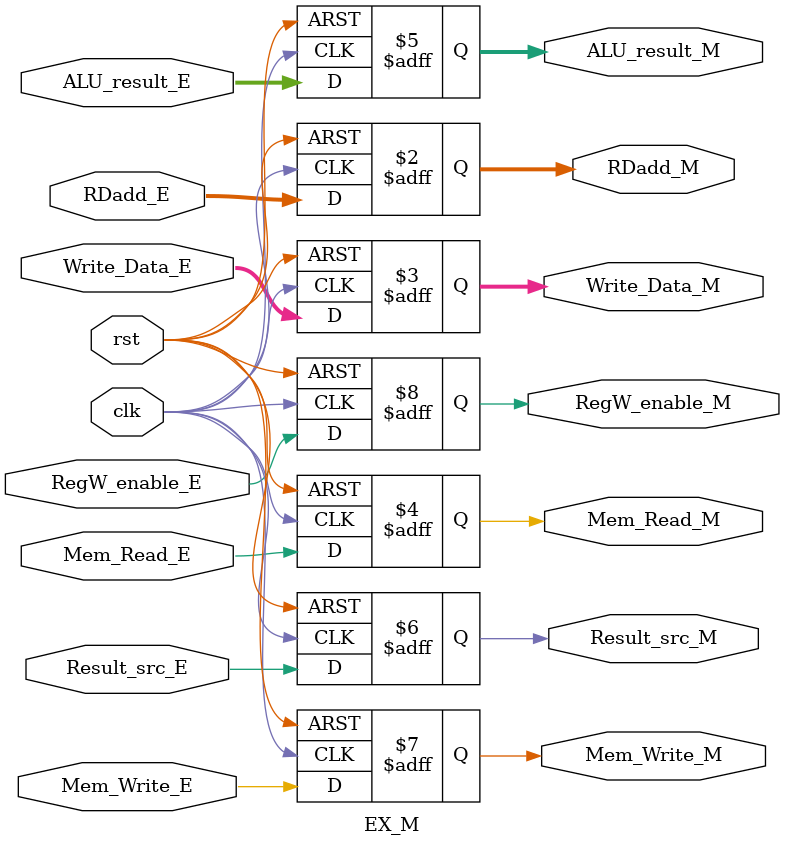
<source format=v>
module EX_M(
	input			clk,
	input			rst,
	input			RegW_enable_E,
	input			Mem_Write_E,
	input			Mem_Read_E,
	input			Result_src_E,
	input		[31:0]	ALU_result_E,
	input		[31:0]	Write_Data_E,
	input		[4:0]	RDadd_E,
	output	reg	[4:0]	RDadd_M,
	output	reg	[31:0]	Write_Data_M,
	output	reg		Mem_Read_M,
	output	reg	[31:0]	ALU_result_M,
	output	reg		Result_src_M,
	output	reg		Mem_Write_M,
	output	reg		RegW_enable_M
);

always @(posedge clk or posedge rst) begin
	if(rst) begin
		RegW_enable_M	<= 0;
		Mem_Write_M	<= 0;
		Mem_Read_M	<= 0;
		Result_src_M	<= 0;
		ALU_result_M	<= 0;
		Write_Data_M	<= 0;
		RDadd_M		<= 0;
	end

	else begin
		RegW_enable_M	<= RegW_enable_E;
		Mem_Write_M	<= Mem_Write_E;
		Mem_Read_M	<= Mem_Read_E;
		Result_src_M	<= Result_src_E;
		ALU_result_M	<= ALU_result_E;
		Write_Data_M	<= Write_Data_E;
		RDadd_M		<= RDadd_E;
	end
end

endmodule
</source>
